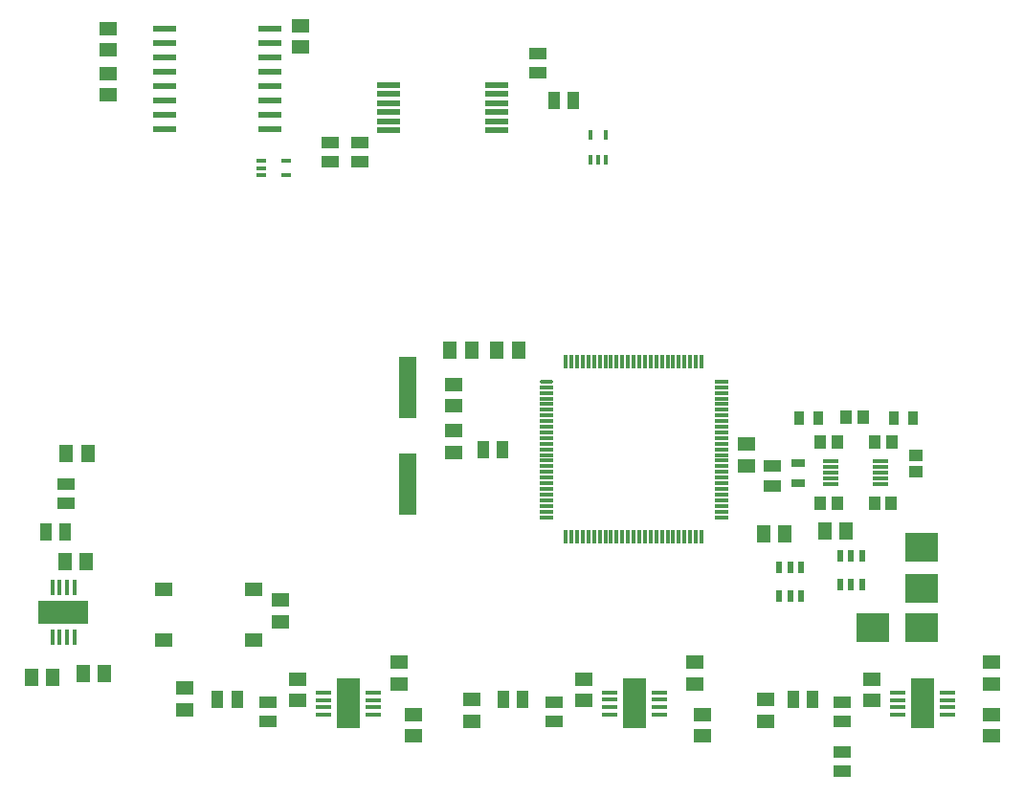
<source format=gtp>
G04*
G04 #@! TF.GenerationSoftware,Altium Limited,Altium Designer,23.5.1 (21)*
G04*
G04 Layer_Color=8421504*
%FSLAX44Y44*%
%MOMM*%
G71*
G04*
G04 #@! TF.SameCoordinates,D9901149-2AC3-4954-9F64-4BA616841755*
G04*
G04*
G04 #@! TF.FilePolarity,Positive*
G04*
G01*
G75*
%ADD14R,1.1000X1.5000*%
%ADD15R,1.5000X1.1000*%
%ADD16R,1.5000X1.2000*%
%ADD17R,1.2000X1.5000*%
%ADD18R,0.9500X0.4000*%
%ADD19R,0.4000X0.9500*%
%ADD20R,2.0300X0.5000*%
%ADD21R,3.0000X2.5000*%
%ADD22R,1.4500X0.3000*%
%ADD23R,1.0000X1.2000*%
%ADD24R,0.5500X1.1000*%
%ADD25R,1.2000X0.7000*%
%ADD26R,0.9000X1.2000*%
%ADD27R,1.2000X1.0000*%
%ADD28O,1.2000X0.3000*%
%ADD29R,1.2000X0.3000*%
%ADD30R,0.3000X1.2000*%
%ADD31R,1.4000X0.4500*%
%ADD32R,2.0000X4.5000*%
%ADD33R,0.4500X1.4000*%
%ADD34R,4.5000X2.0000*%
%ADD35R,2.0000X0.6000*%
%ADD36R,1.5500X1.3000*%
%ADD37R,1.5000X5.5000*%
D14*
X767500Y256000D02*
D03*
X784500D02*
D03*
X528500D02*
D03*
X511500D02*
D03*
X510500Y477000D02*
D03*
X493500D02*
D03*
X258500Y256000D02*
D03*
X275500D02*
D03*
X123500Y404000D02*
D03*
X106500D02*
D03*
X556000Y786000D02*
D03*
X573000D02*
D03*
D15*
X811000Y253000D02*
D03*
Y236000D02*
D03*
X556000Y236500D02*
D03*
Y253500D02*
D03*
X811000Y209500D02*
D03*
Y192500D02*
D03*
X749165Y444907D02*
D03*
Y461908D02*
D03*
X303000Y236500D02*
D03*
Y253500D02*
D03*
X124000Y429500D02*
D03*
Y446500D02*
D03*
X384000Y731500D02*
D03*
Y748500D02*
D03*
X358000D02*
D03*
Y731500D02*
D03*
X542000Y827500D02*
D03*
Y810500D02*
D03*
D16*
X743000Y236500D02*
D03*
Y255500D02*
D03*
X681000Y269500D02*
D03*
Y288500D02*
D03*
X483000Y236500D02*
D03*
Y255500D02*
D03*
X943000Y242500D02*
D03*
Y223500D02*
D03*
X467000Y534250D02*
D03*
Y515250D02*
D03*
Y474500D02*
D03*
Y493500D02*
D03*
X314000Y343500D02*
D03*
Y324500D02*
D03*
X162000Y849500D02*
D03*
Y830500D02*
D03*
Y790500D02*
D03*
Y809500D02*
D03*
X331496Y851750D02*
D03*
Y832750D02*
D03*
X582000Y273500D02*
D03*
Y254500D02*
D03*
X837000D02*
D03*
Y273500D02*
D03*
X943000Y269500D02*
D03*
Y288500D02*
D03*
X687000Y223500D02*
D03*
Y242500D02*
D03*
X726000Y462500D02*
D03*
Y481500D02*
D03*
X329000Y254500D02*
D03*
Y273500D02*
D03*
X419000Y269500D02*
D03*
Y288500D02*
D03*
X229000Y246500D02*
D03*
Y265500D02*
D03*
X432000Y242500D02*
D03*
Y223500D02*
D03*
D17*
X524500Y564625D02*
D03*
X505500D02*
D03*
X464125D02*
D03*
X483125D02*
D03*
X760290Y402270D02*
D03*
X741290D02*
D03*
X123500Y378000D02*
D03*
X142500D02*
D03*
X139500Y279000D02*
D03*
X158500D02*
D03*
X124500Y473000D02*
D03*
X143500D02*
D03*
X112500Y275500D02*
D03*
X93500D02*
D03*
X814500Y405000D02*
D03*
X795500D02*
D03*
D18*
X319000Y732500D02*
D03*
X297000D02*
D03*
Y726000D02*
D03*
Y719500D02*
D03*
X319000D02*
D03*
D19*
X601500Y755000D02*
D03*
Y733000D02*
D03*
X595000D02*
D03*
X588500D02*
D03*
Y755000D02*
D03*
D20*
X409705Y799500D02*
D03*
Y791500D02*
D03*
Y783500D02*
D03*
Y775500D02*
D03*
Y767500D02*
D03*
Y759500D02*
D03*
X505705Y799500D02*
D03*
Y791500D02*
D03*
Y783500D02*
D03*
Y775500D02*
D03*
Y767500D02*
D03*
Y759500D02*
D03*
D21*
X881000Y354000D02*
D03*
Y390000D02*
D03*
X838000Y319000D02*
D03*
X881000D02*
D03*
D22*
X845000Y446423D02*
D03*
Y451423D02*
D03*
Y456423D02*
D03*
Y461423D02*
D03*
Y466423D02*
D03*
X801000Y446423D02*
D03*
Y451423D02*
D03*
Y456423D02*
D03*
Y461423D02*
D03*
Y466423D02*
D03*
D23*
X839500Y429423D02*
D03*
X854500D02*
D03*
X814500Y505423D02*
D03*
X829500D02*
D03*
X791500Y483423D02*
D03*
X806500D02*
D03*
X791500Y429423D02*
D03*
X806500D02*
D03*
X840000Y483423D02*
D03*
X855000D02*
D03*
D24*
X809500Y357000D02*
D03*
X819000D02*
D03*
X828500D02*
D03*
X809500Y383000D02*
D03*
X819000D02*
D03*
X828500D02*
D03*
X774500Y373000D02*
D03*
X765000D02*
D03*
X755500D02*
D03*
X774500Y347000D02*
D03*
X765000D02*
D03*
X755500D02*
D03*
D25*
X772000Y447500D02*
D03*
Y464500D02*
D03*
D26*
X772500Y504423D02*
D03*
X789500D02*
D03*
X873500D02*
D03*
X856500D02*
D03*
D27*
X876000Y471923D02*
D03*
Y456923D02*
D03*
D28*
X549000Y537000D02*
D03*
D29*
Y532000D02*
D03*
Y527000D02*
D03*
Y522000D02*
D03*
Y517000D02*
D03*
Y512000D02*
D03*
Y507000D02*
D03*
Y502000D02*
D03*
Y497000D02*
D03*
Y492000D02*
D03*
Y487000D02*
D03*
Y482000D02*
D03*
Y477000D02*
D03*
Y472000D02*
D03*
Y467000D02*
D03*
Y462000D02*
D03*
Y457000D02*
D03*
Y452000D02*
D03*
Y447000D02*
D03*
Y442000D02*
D03*
Y437000D02*
D03*
Y432000D02*
D03*
Y427000D02*
D03*
Y422000D02*
D03*
Y417000D02*
D03*
X704000D02*
D03*
Y422000D02*
D03*
Y427000D02*
D03*
Y432000D02*
D03*
Y437000D02*
D03*
Y442000D02*
D03*
Y447000D02*
D03*
Y452000D02*
D03*
Y457000D02*
D03*
Y462000D02*
D03*
Y467000D02*
D03*
Y472000D02*
D03*
Y477000D02*
D03*
Y482000D02*
D03*
Y487000D02*
D03*
Y492000D02*
D03*
Y497000D02*
D03*
Y502000D02*
D03*
Y507000D02*
D03*
Y512000D02*
D03*
Y517000D02*
D03*
Y522000D02*
D03*
Y527000D02*
D03*
Y532000D02*
D03*
Y537000D02*
D03*
D30*
X566500Y399500D02*
D03*
X571500D02*
D03*
X576500D02*
D03*
X581500D02*
D03*
X586500D02*
D03*
X591500D02*
D03*
X596500D02*
D03*
X601500D02*
D03*
X606500D02*
D03*
X611500D02*
D03*
X616500D02*
D03*
X621500D02*
D03*
X626500D02*
D03*
X631500D02*
D03*
X636500D02*
D03*
X641500D02*
D03*
X646500D02*
D03*
X651500D02*
D03*
X656500D02*
D03*
X661500D02*
D03*
X666500D02*
D03*
X671500D02*
D03*
X676500D02*
D03*
X681500D02*
D03*
X686500D02*
D03*
Y554500D02*
D03*
X681500D02*
D03*
X676500D02*
D03*
X671500D02*
D03*
X666500D02*
D03*
X661500D02*
D03*
X656500D02*
D03*
X651500D02*
D03*
X646500D02*
D03*
X641500D02*
D03*
X636500D02*
D03*
X631500D02*
D03*
X626500D02*
D03*
X621500D02*
D03*
X616500D02*
D03*
X611500D02*
D03*
X606500D02*
D03*
X601500D02*
D03*
X596500D02*
D03*
X591500D02*
D03*
X586500D02*
D03*
X581500D02*
D03*
X576500D02*
D03*
X571500D02*
D03*
X566500D02*
D03*
D31*
X605500Y262000D02*
D03*
Y255500D02*
D03*
Y249000D02*
D03*
Y242500D02*
D03*
X649500D02*
D03*
Y249000D02*
D03*
Y255500D02*
D03*
Y262000D02*
D03*
X396000Y261750D02*
D03*
Y255250D02*
D03*
Y248750D02*
D03*
Y242250D02*
D03*
X352000D02*
D03*
Y248750D02*
D03*
Y255250D02*
D03*
Y261750D02*
D03*
X904000D02*
D03*
Y255250D02*
D03*
Y248750D02*
D03*
Y242250D02*
D03*
X860000D02*
D03*
Y248750D02*
D03*
Y255250D02*
D03*
Y261750D02*
D03*
D32*
X627500Y252250D02*
D03*
X374000Y252000D02*
D03*
X882000D02*
D03*
D33*
X131750Y355000D02*
D03*
X125250D02*
D03*
X118750D02*
D03*
X112250D02*
D03*
Y311000D02*
D03*
X118750D02*
D03*
X125250D02*
D03*
X131750D02*
D03*
D34*
X122000Y333000D02*
D03*
D35*
X211496Y760100D02*
D03*
Y772800D02*
D03*
Y785500D02*
D03*
Y798200D02*
D03*
Y810900D02*
D03*
Y823600D02*
D03*
Y836300D02*
D03*
Y849000D02*
D03*
X304496D02*
D03*
Y836300D02*
D03*
Y823600D02*
D03*
Y810900D02*
D03*
Y798200D02*
D03*
Y785500D02*
D03*
Y772800D02*
D03*
Y760100D02*
D03*
D36*
X211000Y353000D02*
D03*
Y308000D02*
D03*
X290500D02*
D03*
Y353000D02*
D03*
D37*
X427000Y532000D02*
D03*
Y446000D02*
D03*
M02*

</source>
